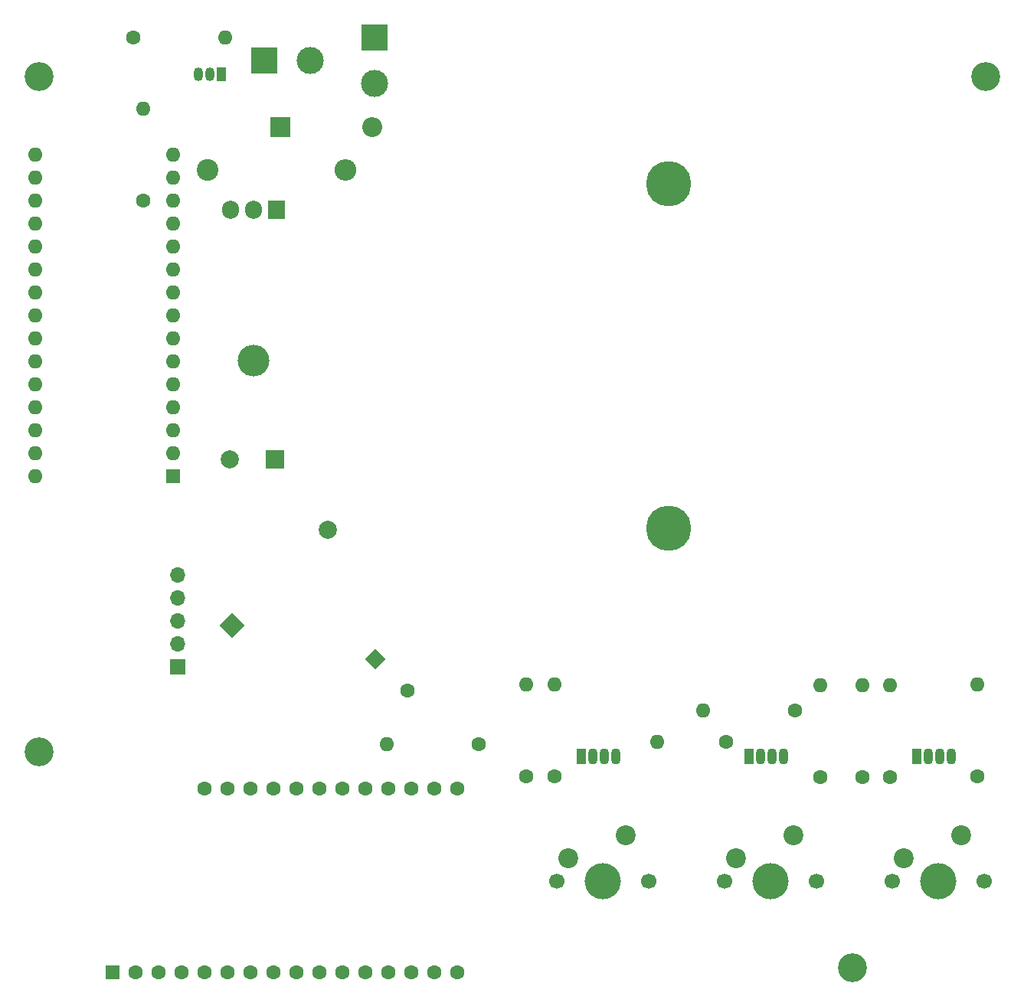
<source format=gbr>
%TF.GenerationSoftware,KiCad,Pcbnew,6.0.11+dfsg-1*%
%TF.CreationDate,2024-06-02T11:43:19-07:00*%
%TF.ProjectId,clock,636c6f63-6b2e-46b6-9963-61645f706362,rev?*%
%TF.SameCoordinates,Original*%
%TF.FileFunction,Soldermask,Bot*%
%TF.FilePolarity,Negative*%
%FSLAX46Y46*%
G04 Gerber Fmt 4.6, Leading zero omitted, Abs format (unit mm)*
G04 Created by KiCad (PCBNEW 6.0.11+dfsg-1) date 2024-06-02 11:43:19*
%MOMM*%
%LPD*%
G01*
G04 APERTURE LIST*
G04 Aperture macros list*
%AMHorizOval*
0 Thick line with rounded ends*
0 $1 width*
0 $2 $3 position (X,Y) of the first rounded end (center of the circle)*
0 $4 $5 position (X,Y) of the second rounded end (center of the circle)*
0 Add line between two ends*
20,1,$1,$2,$3,$4,$5,0*
0 Add two circle primitives to create the rounded ends*
1,1,$1,$2,$3*
1,1,$1,$4,$5*%
%AMRotRect*
0 Rectangle, with rotation*
0 The origin of the aperture is its center*
0 $1 length*
0 $2 width*
0 $3 Rotation angle, in degrees counterclockwise*
0 Add horizontal line*
21,1,$1,$2,0,0,$3*%
G04 Aperture macros list end*
%ADD10R,1.600000X1.600000*%
%ADD11O,1.600000X1.600000*%
%ADD12R,3.000000X3.000000*%
%ADD13C,3.000000*%
%ADD14C,1.600000*%
%ADD15C,1.700000*%
%ADD16C,4.000000*%
%ADD17C,2.200000*%
%ADD18C,3.200000*%
%ADD19C,5.000000*%
%ADD20R,1.700000X1.700000*%
%ADD21O,1.700000X1.700000*%
%ADD22RotRect,1.600000X1.600000X315.000000*%
%ADD23R,2.200000X2.200000*%
%ADD24O,2.200000X2.200000*%
%ADD25C,2.400000*%
%ADD26O,2.400000X2.400000*%
%ADD27R,1.070000X1.800000*%
%ADD28O,1.070000X1.800000*%
%ADD29O,3.500000X3.500000*%
%ADD30R,1.905000X2.000000*%
%ADD31O,1.905000X2.000000*%
%ADD32R,1.050000X1.500000*%
%ADD33O,1.050000X1.500000*%
%ADD34RotRect,2.000000X2.000000X45.000000*%
%ADD35HorizOval,2.000000X0.000000X0.000000X0.000000X0.000000X0*%
%ADD36R,2.000000X2.000000*%
%ADD37C,2.000000*%
G04 APERTURE END LIST*
D10*
%TO.C,A1*%
X69205000Y-78740000D03*
D11*
X69205000Y-76200000D03*
X69205000Y-73660000D03*
X69205000Y-71120000D03*
X69205000Y-68580000D03*
X69205000Y-66040000D03*
X69205000Y-63500000D03*
X69205000Y-60960000D03*
X69205000Y-58420000D03*
X69205000Y-55880000D03*
X69205000Y-53340000D03*
X69205000Y-50800000D03*
X69205000Y-48260000D03*
X69205000Y-45720000D03*
X69205000Y-43180000D03*
X53965000Y-43180000D03*
X53965000Y-45720000D03*
X53965000Y-48260000D03*
X53965000Y-50800000D03*
X53965000Y-53340000D03*
X53965000Y-55880000D03*
X53965000Y-58420000D03*
X53965000Y-60960000D03*
X53965000Y-63500000D03*
X53965000Y-66040000D03*
X53965000Y-68580000D03*
X53965000Y-71120000D03*
X53965000Y-73660000D03*
X53965000Y-76200000D03*
X53965000Y-78740000D03*
%TD*%
D12*
%TO.C,J2*%
X79248000Y-32753200D03*
D13*
X84328000Y-32753200D03*
%TD*%
D14*
%TO.C,R1*%
X148463000Y-111963200D03*
D11*
X148463000Y-101803200D03*
%TD*%
D15*
%TO.C,SW1*%
X111633000Y-123540300D03*
X121793000Y-123540300D03*
D16*
X116713000Y-123540300D03*
D17*
X119253000Y-118460300D03*
X112903000Y-121000300D03*
%TD*%
D18*
%TO.C,H2*%
X54356000Y-109220000D03*
%TD*%
D19*
%TO.C,U3*%
X123952000Y-46355000D03*
X123952000Y-84455000D03*
%TD*%
D14*
%TO.C,R9*%
X145407500Y-111963200D03*
D11*
X145407500Y-101803200D03*
%TD*%
D14*
%TO.C,R6*%
X111379000Y-111887000D03*
D11*
X111379000Y-101727000D03*
%TD*%
D20*
%TO.C,U1*%
X69701000Y-99800000D03*
D21*
X69701000Y-97260000D03*
X69701000Y-94720000D03*
X69701000Y-92180000D03*
X69701000Y-89640000D03*
%TD*%
D14*
%TO.C,R3*%
X65913000Y-48260000D03*
D11*
X65913000Y-38100000D03*
%TD*%
D14*
%TO.C,R11*%
X158115000Y-111887000D03*
D11*
X158115000Y-101727000D03*
%TD*%
D22*
%TO.C,BZ1*%
X91577233Y-98927615D03*
D14*
X95112767Y-102463149D03*
%TD*%
D12*
%TO.C,J3*%
X91440000Y-30226000D03*
D13*
X91440000Y-35306000D03*
%TD*%
D23*
%TO.C,D2*%
X81026000Y-40132000D03*
D24*
X91186000Y-40132000D03*
%TD*%
D14*
%TO.C,R4*%
X64770000Y-30226000D03*
D11*
X74930000Y-30226000D03*
%TD*%
D25*
%TO.C,R2*%
X73025000Y-44831000D03*
D26*
X88265000Y-44831000D03*
%TD*%
D27*
%TO.C,D1*%
X114282500Y-109728000D03*
D28*
X115552500Y-109728000D03*
X116822500Y-109728000D03*
X118092500Y-109728000D03*
%TD*%
D18*
%TO.C,H1*%
X54356000Y-34544000D03*
%TD*%
D15*
%TO.C,SW2*%
X140335000Y-123540300D03*
D16*
X135255000Y-123540300D03*
D15*
X130175000Y-123540300D03*
D17*
X137795000Y-118460300D03*
X131445000Y-121000300D03*
%TD*%
D29*
%TO.C,Q2*%
X78105000Y-65936000D03*
D30*
X80645000Y-49276000D03*
D31*
X78105000Y-49276000D03*
X75565000Y-49276000D03*
%TD*%
D32*
%TO.C,Q1*%
X74549000Y-34290000D03*
D33*
X73279000Y-34290000D03*
X72009000Y-34290000D03*
%TD*%
D27*
%TO.C,D3*%
X132875300Y-109728000D03*
D28*
X134145300Y-109728000D03*
X135415300Y-109728000D03*
X136685300Y-109728000D03*
%TD*%
D18*
%TO.C,H4*%
X144272000Y-133065300D03*
%TD*%
D10*
%TO.C,A2*%
X62484000Y-133604000D03*
D14*
X65024000Y-133604000D03*
X67564000Y-133604000D03*
X70104000Y-133604000D03*
X72644000Y-133604000D03*
X75184000Y-133604000D03*
X77724000Y-133604000D03*
X80264000Y-133604000D03*
X82804000Y-133604000D03*
X85344000Y-133604000D03*
X87884000Y-133604000D03*
X90424000Y-133604000D03*
X92964000Y-133604000D03*
X95504000Y-133604000D03*
X98044000Y-133604000D03*
X100584000Y-133604000D03*
X100584000Y-113284000D03*
X98044000Y-113284000D03*
X95504000Y-113284000D03*
X92964000Y-113284000D03*
X90424000Y-113284000D03*
X87884000Y-113284000D03*
X85344000Y-113284000D03*
X82804000Y-113284000D03*
X80264000Y-113284000D03*
X77724000Y-113284000D03*
X75184000Y-113284000D03*
X72644000Y-113284000D03*
%TD*%
D34*
%TO.C,C2*%
X75722699Y-95219301D03*
D35*
X86329301Y-84612699D03*
%TD*%
D27*
%TO.C,D4*%
X151366500Y-109728000D03*
D28*
X152636500Y-109728000D03*
X153906500Y-109728000D03*
X155176500Y-109728000D03*
%TD*%
D14*
%TO.C,R5*%
X140716000Y-111963200D03*
D11*
X140716000Y-101803200D03*
%TD*%
D36*
%TO.C,C1*%
X80472677Y-76835000D03*
D37*
X75472677Y-76835000D03*
%TD*%
D14*
%TO.C,R10*%
X130302000Y-108077000D03*
D11*
X122682000Y-108077000D03*
%TD*%
D14*
%TO.C,R8*%
X137922000Y-104648000D03*
D11*
X127762000Y-104648000D03*
%TD*%
D18*
%TO.C,H3*%
X159004000Y-34544000D03*
%TD*%
D14*
%TO.C,R12*%
X102997000Y-108331000D03*
D11*
X92837000Y-108331000D03*
%TD*%
D15*
%TO.C,SW3*%
X148717000Y-123540300D03*
D16*
X153797000Y-123540300D03*
D15*
X158877000Y-123540300D03*
D17*
X156337000Y-118460300D03*
X149987000Y-121000300D03*
%TD*%
D14*
%TO.C,R7*%
X108196500Y-111912400D03*
D11*
X108196500Y-101752400D03*
%TD*%
M02*

</source>
